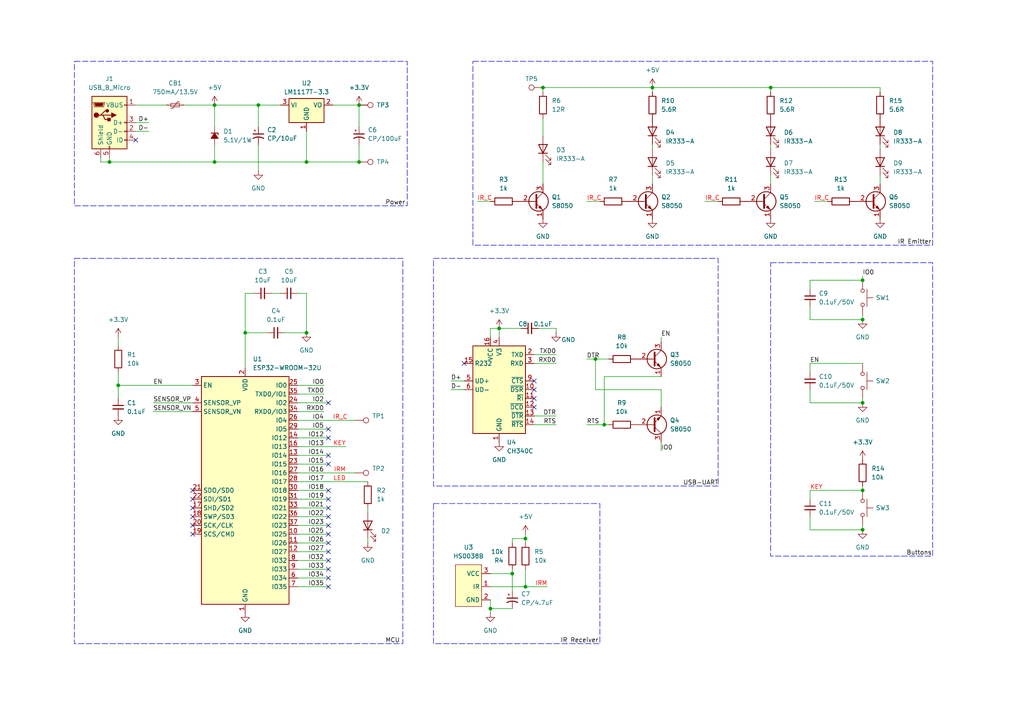
<source format=kicad_sch>
(kicad_sch (version 20231120) (generator "eeschema") (generator_version "8.0")
  (paper "A4")
  (title_block (title "Universal Remote") (date "2025-01-05") (rev "0"))
  (lib_symbols
    (symbol "Connector:TestPoint" (pin_numbers hide) (pin_names (offset 0.762) hide)
      (property "Reference" "TP" (at 0 6.858 0))
      (property "Value" "TestPoint" (at 0 5.08 0))
      (symbol "TestPoint_0_1"
        (circle (center 0 3.302) (radius 0.762))
      )
      (symbol "TestPoint_1_1"
        (pin passive line (at 0 0 90) (length 2.54) (name "1") (number "1"))
      )
    )
    (symbol "Connector:USB_B_Micro" (pin_names (offset 1.016))
      (property "Reference" "J" (at -5.08 11.43 0))
      (property "Value" "USB_B_Micro" (at -5.08 8.89 0))
      (symbol "USB_B_Micro_0_1"
        (rectangle (start -5.08 -7.62) (end 5.08 7.62) (stroke (width 0.254)) (fill (type background)))
        (circle (center -3.81 2.159) (radius 0.635) (stroke (width 0.254)) (fill (type outline)))
        (circle (center -0.635 3.429) (radius 0.381) (stroke (width 0.254)) (fill (type outline)))
        (rectangle (start -0.127 -7.62) (end 0.127 -6.858))
        (polyline (pts (xy -1.905 2.159) (xy 0.635 2.159)) (stroke (width 0.254)))
        (polyline (pts (xy -3.175 2.159) (xy -2.54 2.159) (xy -1.27 3.429) (xy -0.635 3.429)) (stroke (width 0.254)))
        (polyline (pts (xy -2.54 2.159) (xy -1.905 2.159) (xy -1.27 0.889) (xy 0 0.889)) (stroke (width 0.254)))
        (polyline (pts (xy 0.635 2.794) (xy 0.635 1.524) (xy 1.905 2.159) (xy 0.635 2.794)) (stroke (width 0.254)) (fill (type outline)))
        (polyline (pts (xy -4.318 5.588) (xy -1.778 5.588) (xy -2.032 4.826) (xy -4.064 4.826) (xy -4.318 5.588)) (fill (type outline)))
        (polyline (pts (xy -4.699 5.842) (xy -4.699 5.588) (xy -4.445 4.826) (xy -4.445 4.572) (xy -1.651 4.572) (xy -1.651 4.826) (xy -1.397 5.588) (xy -1.397 5.842) (xy -4.699 5.842)))
        (rectangle (start 0.254 1.27) (end -0.508 0.508) (stroke (width 0.254)) (fill (type outline)))
        (rectangle (start 5.08 -5.207) (end 4.318 -4.953))
        (rectangle (start 5.08 -2.667) (end 4.318 -2.413))
        (rectangle (start 5.08 -0.127) (end 4.318 0.127))
        (rectangle (start 5.08 4.953) (end 4.318 5.207))
      )
      (symbol "USB_B_Micro_1_1"
        (pin power_out line (at 7.62 5.08 180) (length 2.54) (name "VBUS") (number "1"))
        (pin bidirectional line (at 7.62 -2.54 180) (length 2.54) (name "D-") (number "2"))
        (pin bidirectional line (at 7.62 0 180) (length 2.54) (name "D+") (number "3"))
        (pin passive line (at 7.62 -5.08 180) (length 2.54) (name "ID") (number "4"))
        (pin power_out line (at 0 -10.16 90) (length 2.54) (name "GND") (number "5"))
        (pin passive line (at -2.54 -10.16 90) (length 2.54) (name "Shield") (number "6"))
      )
    )
    (symbol "Device:C_Polarized_Small_US" (pin_numbers hide) (pin_names (offset 0.254) hide)
      (property "Reference" "C" (at 0.254 1.778 0))
      (property "Value" "C_Polarized_Small_US" (at 0.254 -2.032 0))
      (symbol "C_Polarized_Small_US_0_1"
        (polyline (pts (xy -1.524 0.508) (xy 1.524 0.508)) (stroke (width 0.3048)))
        (polyline (pts (xy -1.27 1.524) (xy -0.762 1.524)))
        (polyline (pts (xy -1.016 1.27) (xy -1.016 1.778)))
        (arc (start 1.524 -0.762) (mid 0 -0.3734) (end -1.524 -0.762) (stroke (width 0.3048)))
      )
      (symbol "C_Polarized_Small_US_1_1"
        (pin passive line (at 0 2.54 270) (length 2.032) (name "~") (number "1"))
        (pin passive line (at 0 -2.54 90) (length 2.032) (name "~") (number "2"))
      )
    )
    (symbol "Device:C_Small" (pin_numbers hide) (pin_names (offset 0.254) hide)
      (property "Reference" "C" (at 0.254 1.778 0))
      (property "Value" "C_Small" (at 0.254 -2.032 0))
      (symbol "C_Small_0_1"
        (polyline (pts (xy -1.524 -0.508) (xy 1.524 -0.508)) (stroke (width 0.3302)))
        (polyline (pts (xy -1.524 0.508) (xy 1.524 0.508)) (stroke (width 0.3048)))
      )
      (symbol "C_Small_1_1"
        (pin passive line (at 0 2.54 270) (length 2.032) (name "~") (number "1"))
        (pin passive line (at 0 -2.54 90) (length 2.032) (name "~") (number "2"))
      )
    )
    (symbol "Device:D_Zener_Small_Filled" (pin_numbers hide) (pin_names (offset 0.254) hide)
      (property "Reference" "D" (at 0 2.286 0))
      (property "Value" "D_Zener_Small_Filled" (at 0 -2.286 0))
      (symbol "D_Zener_Small_Filled_0_1"
        (polyline (pts (xy 0.762 0) (xy -0.762 0)))
        (polyline (pts (xy -0.254 1.016) (xy -0.762 1.016) (xy -0.762 -1.016)) (stroke (width 0.254)))
        (polyline (pts (xy 0.762 1.016) (xy -0.762 0) (xy 0.762 -1.016) (xy 0.762 1.016)) (stroke (width 0.254)) (fill (type outline)))
      )
      (symbol "D_Zener_Small_Filled_1_1"
        (pin passive line (at -2.54 0 0) (length 1.778) (name "K") (number "1"))
        (pin passive line (at 2.54 0 180) (length 1.778) (name "A") (number "2"))
      )
    )
    (symbol "Device:LED" (pin_numbers hide) (pin_names (offset 1.016) hide)
      (property "Reference" "D" (at 0 2.54 0))
      (property "Value" "LED" (at 0 -2.54 0))
      (symbol "LED_0_1"
        (polyline (pts (xy -1.27 -1.27) (xy -1.27 1.27)) (stroke (width 0.254)))
        (polyline (pts (xy -1.27 0) (xy 1.27 0)))
        (polyline (pts (xy 1.27 -1.27) (xy 1.27 1.27) (xy -1.27 0) (xy 1.27 -1.27)) (stroke (width 0.254)))
        (polyline (pts (xy -3.048 -0.762) (xy -4.572 -2.286) (xy -3.81 -2.286) (xy -4.572 -2.286) (xy -4.572 -1.524)))
        (polyline (pts (xy -1.778 -0.762) (xy -3.302 -2.286) (xy -2.54 -2.286) (xy -3.302 -2.286) (xy -3.302 -1.524)))
      )
      (symbol "LED_1_1"
        (pin passive line (at -3.81 0 0) (length 2.54) (name "K") (number "1"))
        (pin passive line (at 3.81 0 180) (length 2.54) (name "A") (number "2"))
      )
    )
    (symbol "Device:Polyfuse_Small" (pin_numbers hide) (pin_names (offset 0))
      (property "Reference" "F" (at -1.905 0 90))
      (property "Value" "Polyfuse_Small" (at 1.905 0 90))
      (symbol "Polyfuse_Small_0_1"
        (rectangle (start -0.508 1.27) (end 0.508 -1.27))
        (polyline (pts (xy 0 2.54) (xy 0 -2.54)))
        (polyline (pts (xy -1.016 1.27) (xy -1.016 0.762) (xy 1.016 -0.762) (xy 1.016 -1.27)))
      )
      (symbol "Polyfuse_Small_1_1"
        (pin passive line (at 0 2.54 270) (length 0.635) (name "~") (number "1"))
        (pin passive line (at 0 -2.54 90) (length 0.635) (name "~") (number "2"))
      )
    )
    (symbol "Device:R" (pin_numbers hide) (pin_names (offset 0))
      (property "Reference" "R" (at 2.032 0 90))
      (property "Value" "R" (at 0 0 90))
      (symbol "R_0_1"
        (rectangle (start -1.016 -2.54) (end 1.016 2.54) (stroke (width 0.254)))
      )
      (symbol "R_1_1"
        (pin passive line (at 0 3.81 270) (length 1.27) (name "~") (number "1"))
        (pin passive line (at 0 -3.81 90) (length 1.27) (name "~") (number "2"))
      )
    )
    (symbol "HS0038B:HS0038B"
      (property "Reference" "U" (at -0.762 9.652 0))
      (property "Value" "HS0038B" (at 0.254 7.62 0))
      (symbol "HS0038B_1_1"
        (rectangle (start -3.81 6.35) (end 3.81 -5.715) (fill (type background)))
        (pin output line (at 6.35 0 180) (length 2.54) (name "IR") (number "1"))
        (pin power_in line (at 6.35 -3.81 180) (length 2.54) (name "GND") (number "2"))
        (pin power_in line (at 6.35 3.81 180) (length 2.54) (name "VCC") (number "3"))
      )
    )
    (symbol "Interface_USB:CH340C"
      (property "Reference" "U" (at -5.08 13.97 0))
      (property "Value" "CH340C" (at 1.27 13.97 0))
      (symbol "CH340C_0_1"
        (rectangle (start -7.62 12.7) (end 7.62 -12.7) (stroke (width 0.254)) (fill (type background)))
      )
      (symbol "CH340C_1_1"
        (pin power_in line (at 0 -15.24 90) (length 2.54) (name "GND") (number "1"))
        (pin input line (at 10.16 0 180) (length 2.54) (name "~{DSR}") (number "10"))
        (pin input line (at 10.16 -2.54 180) (length 2.54) (name "~{RI}") (number "11"))
        (pin input line (at 10.16 -5.08 180) (length 2.54) (name "~{DCD}") (number "12"))
        (pin output line (at 10.16 -7.62 180) (length 2.54) (name "~{DTR}") (number "13"))
        (pin output line (at 10.16 -10.16 180) (length 2.54) (name "~{RTS}") (number "14"))
        (pin input line (at -10.16 7.62 0) (length 2.54) (name "R232") (number "15"))
        (pin power_in line (at -2.54 15.24 270) (length 2.54) (name "VCC") (number "16"))
        (pin output line (at 10.16 10.16 180) (length 2.54) (name "TXD") (number "2"))
        (pin input line (at 10.16 7.62 180) (length 2.54) (name "RXD") (number "3"))
        (pin power_out line (at 0 15.24 270) (length 2.54) (name "V3") (number "4"))
        (pin bidirectional line (at -10.16 2.54 0) (length 2.54) (name "UD+") (number "5"))
        (pin bidirectional line (at -10.16 0 0) (length 2.54) (name "UD-") (number "6"))
        (pin no_connect line (at -7.62 -5.08 0) (length 2.54) hide (name "NC") (number "7"))
        (pin no_connect line (at -7.62 -7.62 0) (length 2.54) hide (name "NC") (number "8"))
        (pin input line (at 10.16 2.54 180) (length 2.54) (name "~{CTS}") (number "9"))
      )
    )
    (symbol "RF_Module:ESP32-WROOM-32U"
      (property "Reference" "U" (at -12.7 34.29 0))
      (property "Value" "ESP32-WROOM-32U" (at 1.27 34.29 0))
      (symbol "ESP32-WROOM-32U_0_1"
        (rectangle (start -12.7 33.02) (end 12.7 -33.02) (stroke (width 0.254)) (fill (type background)))
      )
      (symbol "ESP32-WROOM-32U_1_1"
        (pin power_in line (at 0 -35.56 90) (length 2.54) (name "GND") (number "1"))
        (pin bidirectional line (at 15.24 -12.7 180) (length 2.54) (name "IO25") (number "10"))
        (pin bidirectional line (at 15.24 -15.24 180) (length 2.54) (name "IO26") (number "11"))
        (pin bidirectional line (at 15.24 -17.78 180) (length 2.54) (name "IO27") (number "12"))
        (pin bidirectional line (at 15.24 10.16 180) (length 2.54) (name "IO14") (number "13"))
        (pin bidirectional line (at 15.24 15.24 180) (length 2.54) (name "IO12") (number "14"))
        (pin passive line (at 0 -35.56 90) (length 2.54) hide (name "GND") (number "15"))
        (pin bidirectional line (at 15.24 12.7 180) (length 2.54) (name "IO13") (number "16"))
        (pin bidirectional line (at -15.24 -5.08 0) (length 2.54) (name "SHD/SD2") (number "17"))
        (pin bidirectional line (at -15.24 -7.62 0) (length 2.54) (name "SWP/SD3") (number "18"))
        (pin bidirectional line (at -15.24 -12.7 0) (length 2.54) (name "SCS/CMD") (number "19"))
        (pin power_in line (at 0 35.56 270) (length 2.54) (name "VDD") (number "2"))
        (pin bidirectional line (at -15.24 -10.16 0) (length 2.54) (name "SCK/CLK") (number "20"))
        (pin bidirectional line (at -15.24 0 0) (length 2.54) (name "SDO/SD0") (number "21"))
        (pin bidirectional line (at -15.24 -2.54 0) (length 2.54) (name "SDI/SD1") (number "22"))
        (pin bidirectional line (at 15.24 7.62 180) (length 2.54) (name "IO15") (number "23"))
        (pin bidirectional line (at 15.24 25.4 180) (length 2.54) (name "IO2") (number "24"))
        (pin bidirectional line (at 15.24 30.48 180) (length 2.54) (name "IO0") (number "25"))
        (pin bidirectional line (at 15.24 20.32 180) (length 2.54) (name "IO4") (number "26"))
        (pin bidirectional line (at 15.24 5.08 180) (length 2.54) (name "IO16") (number "27"))
        (pin bidirectional line (at 15.24 2.54 180) (length 2.54) (name "IO17") (number "28"))
        (pin bidirectional line (at 15.24 17.78 180) (length 2.54) (name "IO5") (number "29"))
        (pin input line (at -15.24 30.48 0) (length 2.54) (name "EN") (number "3"))
        (pin bidirectional line (at 15.24 0 180) (length 2.54) (name "IO18") (number "30"))
        (pin bidirectional line (at 15.24 -2.54 180) (length 2.54) (name "IO19") (number "31"))
        (pin no_connect line (at -12.7 -27.94 0) (length 2.54) hide (name "NC") (number "32"))
        (pin bidirectional line (at 15.24 -5.08 180) (length 2.54) (name "IO21") (number "33"))
        (pin bidirectional line (at 15.24 22.86 180) (length 2.54) (name "RXD0/IO3") (number "34"))
        (pin bidirectional line (at 15.24 27.94 180) (length 2.54) (name "TXD0/IO1") (number "35"))
        (pin bidirectional line (at 15.24 -7.62 180) (length 2.54) (name "IO22") (number "36"))
        (pin bidirectional line (at 15.24 -10.16 180) (length 2.54) (name "IO23") (number "37"))
        (pin passive line (at 0 -35.56 90) (length 2.54) hide (name "GND") (number "38"))
        (pin passive line (at 0 -35.56 90) (length 2.54) hide (name "GND") (number "39"))
        (pin input line (at -15.24 25.4 0) (length 2.54) (name "SENSOR_VP") (number "4"))
        (pin input line (at -15.24 22.86 0) (length 2.54) (name "SENSOR_VN") (number "5"))
        (pin input line (at 15.24 -25.4 180) (length 2.54) (name "IO34") (number "6"))
        (pin input line (at 15.24 -27.94 180) (length 2.54) (name "IO35") (number "7"))
        (pin bidirectional line (at 15.24 -20.32 180) (length 2.54) (name "IO32") (number "8"))
        (pin bidirectional line (at 15.24 -22.86 180) (length 2.54) (name "IO33") (number "9"))
      )
    )
    (symbol "Regulator_Linear:LM1117T-3.3"
      (property "Reference" "U" (at -3.81 3.175 0))
      (property "Value" "LM1117T-3.3" (at 0 3.175 0))
      (symbol "LM1117T-3.3_0_1"
        (rectangle (start -5.08 -5.08) (end 5.08 1.905) (stroke (width 0.254)) (fill (type background)))
      )
      (symbol "LM1117T-3.3_1_1"
        (pin power_in line (at 0 -7.62 90) (length 2.54) (name "GND") (number "1"))
        (pin power_out line (at 7.62 0 180) (length 2.54) (name "VO") (number "2"))
        (pin power_in line (at -7.62 0 0) (length 2.54) (name "VI") (number "3"))
      )
    )
    (symbol "Switch:SW_Push" (pin_numbers hide) (pin_names (offset 1.016) hide)
      (property "Reference" "SW" (at 1.27 2.54 0))
      (property "Value" "SW_Push" (at 0 -1.524 0))
      (symbol "SW_Push_0_1"
        (circle (center -2.032 0) (radius 0.508))
        (polyline (pts (xy 0 1.27) (xy 0 3.048)))
        (polyline (pts (xy 2.54 1.27) (xy -2.54 1.27)))
        (circle (center 2.032 0) (radius 0.508))
        (pin passive line (at -5.08 0 0) (length 2.54) (name "1") (number "1"))
        (pin passive line (at 5.08 0 180) (length 2.54) (name "2") (number "2"))
      )
    )
    (symbol "Transistor_BJT:S8050" (pin_names (offset 0) hide)
      (property "Reference" "Q" (at 5.08 1.905 0))
      (property "Value" "S8050" (at 5.08 0 0))
      (symbol "S8050_0_1"
        (polyline (pts (xy 0 0) (xy 0.635 0)))
        (polyline (pts (xy 0.635 0.635) (xy 2.54 2.54)))
        (polyline (pts (xy 0.635 -0.635) (xy 2.54 -2.54) (xy 2.54 -2.54)))
        (polyline (pts (xy 0.635 1.905) (xy 0.635 -1.905) (xy 0.635 -1.905)) (stroke (width 0.508)))
        (polyline (pts (xy 1.27 -1.778) (xy 1.778 -1.27) (xy 2.286 -2.286) (xy 1.27 -1.778) (xy 1.27 -1.778)) (fill (type outline)))
        (circle (center 1.27 0) (radius 2.8194) (stroke (width 0.254)))
      )
      (symbol "S8050_1_1"
        (pin passive line (at 2.54 -5.08 90) (length 2.54) (name "E") (number "1"))
        (pin input line (at -5.08 0 0) (length 5.08) (name "B") (number "2"))
        (pin passive line (at 2.54 5.08 270) (length 2.54) (name "C") (number "3"))
      )
    )
    (symbol "power:+3.3V" (power) (pin_numbers hide) (pin_names (offset 0) hide)
      (property "Value" "+3.3V" (at 0 3.556 0))
      (symbol "+3.3V_0_1"
        (polyline (pts (xy -0.762 1.27) (xy 0 2.54)))
        (polyline (pts (xy 0 0) (xy 0 2.54)))
        (polyline (pts (xy 0 2.54) (xy 0.762 1.27)))
      )
      (symbol "+3.3V_1_1"
        (pin power_in line (at 0 0 90) (length 0) (name "~") (number "1"))
      )
    )
    (symbol "power:+5V" (power) (pin_numbers hide) (pin_names (offset 0) hide)
      (property "Value" "+5V" (at 0 3.556 0))
      (symbol "+5V_0_1"
        (polyline (pts (xy -0.762 1.27) (xy 0 2.54)))
        (polyline (pts (xy 0 0) (xy 0 2.54)))
        (polyline (pts (xy 0 2.54) (xy 0.762 1.27)))
      )
      (symbol "+5V_1_1"
        (pin power_in line (at 0 0 90) (length 0) (name "~") (number "1"))
      )
    )
    (symbol "power:GND" (power) (pin_numbers hide) (pin_names (offset 0) hide)
      (property "Value" "GND" (at 0 -3.81 0))
      (symbol "GND_0_1"
        (polyline (pts (xy 0 0) (xy 0 -1.27) (xy 1.27 -1.27) (xy 0 -2.54) (xy -1.27 -1.27) (xy 0 -1.27)))
      )
      (symbol "GND_1_1"
        (pin power_in line (at 0 0 270) (length 0) (name "~") (number "1"))
      )
    )
  )
  (junction (at 31.75 46.99))
  (junction (at 250.19 142.24))
  (junction (at 152.4 170.18))
  (junction (at 74.93 30.48))
  (junction (at 104.14 30.48))
  (junction (at 250.19 116.84))
  (junction (at 62.23 46.99))
  (junction (at 144.78 95.25))
  (junction (at 148.59 166.37))
  (junction (at 223.52 25.4))
  (junction (at 62.23 30.48))
  (junction (at 189.23 25.4))
  (junction (at 88.9 46.99))
  (junction (at 152.4 156.21))
  (junction (at 71.12 96.52))
  (junction (at 250.19 81.28))
  (junction (at 250.19 153.67))
  (junction (at 250.19 92.71))
  (junction (at 172.72 104.14))
  (junction (at 88.9 96.52))
  (junction (at 142.24 176.53))
  (junction (at 34.29 111.76))
  (junction (at 157.48 25.4))
  (junction (at 175.26 123.19))
  (junction (at 104.14 46.99))
  (no_connect (at 95.25 144.78))
  (no_connect (at 55.88 147.32))
  (no_connect (at 95.25 142.24))
  (no_connect (at 55.88 149.86))
  (no_connect (at 95.25 170.18))
  (no_connect (at 95.25 147.32))
  (no_connect (at 95.25 132.08))
  (no_connect (at 95.25 149.86))
  (no_connect (at 95.25 165.1))
  (no_connect (at 55.88 144.78))
  (no_connect (at 95.25 167.64))
  (no_connect (at 95.25 134.62))
  (no_connect (at 55.88 152.4))
  (no_connect (at 95.25 116.84))
  (no_connect (at 95.25 157.48))
  (no_connect (at 154.94 113.03))
  (no_connect (at 134.62 105.41))
  (no_connect (at 95.25 124.46))
  (no_connect (at 55.88 142.24))
  (no_connect (at 154.94 118.11))
  (no_connect (at 154.94 110.49))
  (no_connect (at 55.88 154.94))
  (no_connect (at 95.25 160.02))
  (no_connect (at 39.37 40.64))
  (no_connect (at 95.25 162.56))
  (no_connect (at 154.94 115.57))
  (no_connect (at 95.25 154.94))
  (no_connect (at 95.25 152.4))
  (no_connect (at 95.25 127))
  (wire (pts (xy 234.95 116.84) (xy 250.19 116.84)))
  (wire (pts (xy 157.48 25.4) (xy 189.23 25.4)))
  (wire (pts (xy 250.19 105.41) (xy 234.95 105.41)))
  (wire (pts (xy 255.27 25.4) (xy 255.27 26.67)))
  (wire (pts (xy 71.12 85.09) (xy 71.12 96.52)))
  (wire (pts (xy 142.24 176.53) (xy 142.24 173.99)))
  (wire (pts (xy 189.23 50.8) (xy 189.23 53.34)))
  (wire (pts (xy 71.12 96.52) (xy 71.12 106.68)))
  (wire (pts (xy 82.55 96.52) (xy 88.9 96.52)))
  (wire (pts (xy 34.29 111.76) (xy 34.29 115.57)))
  (wire (pts (xy 62.23 41.91) (xy 62.23 46.99)))
  (wire (pts (xy 78.74 85.09) (xy 81.28 85.09)))
  (wire (pts (xy 152.4 157.48) (xy 152.4 156.21)))
  (wire (pts (xy 71.12 85.09) (xy 73.66 85.09)))
  (wire (pts (xy 142.24 177.8) (xy 142.24 176.53)))
  (wire (pts (xy 223.52 41.91) (xy 223.52 43.18)))
  (wire (pts (xy 152.4 154.94) (xy 152.4 156.21)))
  (wire (pts (xy 250.19 80.01) (xy 250.19 81.28)))
  (wire (pts (xy 39.37 35.56) (xy 43.18 35.56)))
  (wire (pts (xy 234.95 88.9) (xy 234.95 92.71)))
  (wire (pts (xy 234.95 142.24) (xy 234.95 144.78)))
  (wire (pts (xy 86.36 142.24) (xy 95.25 142.24)))
  (wire (pts (xy 148.59 156.21) (xy 148.59 157.48)))
  (wire (pts (xy 142.24 170.18) (xy 152.4 170.18)))
  (wire (pts (xy 189.23 25.4) (xy 189.23 26.67)))
  (wire (pts (xy 96.52 30.48) (xy 104.14 30.48)))
  (wire (pts (xy 88.9 46.99) (xy 104.14 46.99)))
  (wire (pts (xy 223.52 25.4) (xy 255.27 25.4)))
  (wire (pts (xy 191.77 97.79) (xy 191.77 99.06)))
  (wire (pts (xy 31.75 46.99) (xy 31.75 45.72)))
  (wire (pts (xy 88.9 85.09) (xy 88.9 96.52)))
  (wire (pts (xy 86.36 127) (xy 95.25 127)))
  (wire (pts (xy 86.36 111.76) (xy 93.98 111.76)))
  (wire (pts (xy 39.37 38.1) (xy 43.18 38.1)))
  (wire (pts (xy 250.19 81.28) (xy 234.95 81.28)))
  (wire (pts (xy 142.24 176.53) (xy 148.59 176.53)))
  (wire (pts (xy 152.4 165.1) (xy 152.4 170.18)))
  (wire (pts (xy 223.52 25.4) (xy 223.52 26.67)))
  (wire (pts (xy 44.45 116.84) (xy 55.88 116.84)))
  (wire (pts (xy 86.36 154.94) (xy 95.25 154.94)))
  (wire (pts (xy 250.19 115.57) (xy 250.19 116.84)))
  (wire (pts (xy 170.18 104.14) (xy 172.72 104.14)))
  (wire (pts (xy 191.77 128.27) (xy 191.77 130.81)))
  (wire (pts (xy 234.95 81.28) (xy 234.95 83.82)))
  (wire (pts (xy 29.21 46.99) (xy 31.75 46.99)))
  (wire (pts (xy 106.68 156.21) (xy 106.68 157.48)))
  (wire (pts (xy 152.4 170.18) (xy 158.75 170.18)))
  (wire (pts (xy 86.36 121.92) (xy 102.87 121.92)))
  (wire (pts (xy 86.36 137.16) (xy 102.87 137.16)))
  (wire (pts (xy 250.19 140.97) (xy 250.19 142.24)))
  (wire (pts (xy 34.29 97.79) (xy 34.29 100.33)))
  (wire (pts (xy 204.47 58.42) (xy 208.28 58.42)))
  (wire (pts (xy 234.95 92.71) (xy 250.19 92.71)))
  (wire (pts (xy 86.36 167.64) (xy 95.25 167.64)))
  (wire (pts (xy 234.95 105.41) (xy 234.95 107.95)))
  (wire (pts (xy 154.94 102.87) (xy 161.29 102.87)))
  (wire (pts (xy 34.29 107.95) (xy 34.29 111.76)))
  (wire (pts (xy 62.23 30.48) (xy 74.93 30.48)))
  (wire (pts (xy 234.95 113.03) (xy 234.95 116.84)))
  (wire (pts (xy 86.36 85.09) (xy 88.9 85.09)))
  (wire (pts (xy 138.43 58.42) (xy 142.24 58.42)))
  (wire (pts (xy 104.14 30.48) (xy 104.14 36.83)))
  (wire (pts (xy 86.36 149.86) (xy 95.25 149.86)))
  (wire (pts (xy 234.95 153.67) (xy 250.19 153.67)))
  (wire (pts (xy 62.23 46.99) (xy 88.9 46.99)))
  (wire (pts (xy 154.94 123.19) (xy 161.29 123.19)))
  (wire (pts (xy 86.36 132.08) (xy 95.25 132.08)))
  (wire (pts (xy 148.59 166.37) (xy 148.59 171.45)))
  (wire (pts (xy 86.36 129.54) (xy 100.33 129.54)))
  (wire (pts (xy 142.24 95.25) (xy 144.78 95.25)))
  (wire (pts (xy 250.19 152.4) (xy 250.19 153.67)))
  (wire (pts (xy 255.27 50.8) (xy 255.27 53.34)))
  (wire (pts (xy 157.48 25.4) (xy 157.48 26.67)))
  (wire (pts (xy 74.93 30.48) (xy 81.28 30.48)))
  (wire (pts (xy 130.81 110.49) (xy 134.62 110.49)))
  (wire (pts (xy 130.81 113.03) (xy 134.62 113.03)))
  (wire (pts (xy 148.59 156.21) (xy 152.4 156.21)))
  (wire (pts (xy 175.26 123.19) (xy 176.53 123.19)))
  (wire (pts (xy 142.24 95.25) (xy 142.24 97.79)))
  (wire (pts (xy 88.9 38.1) (xy 88.9 46.99)))
  (wire (pts (xy 86.36 162.56) (xy 95.25 162.56)))
  (wire (pts (xy 86.36 165.1) (xy 95.25 165.1)))
  (wire (pts (xy 86.36 152.4) (xy 95.25 152.4)))
  (wire (pts (xy 34.29 111.76) (xy 55.88 111.76)))
  (wire (pts (xy 86.36 119.38) (xy 93.98 119.38)))
  (wire (pts (xy 236.22 58.42) (xy 240.03 58.42)))
  (wire (pts (xy 71.12 96.52) (xy 77.47 96.52)))
  (wire (pts (xy 250.19 91.44) (xy 250.19 92.71)))
  (wire (pts (xy 62.23 30.48) (xy 62.23 36.83)))
  (wire (pts (xy 144.78 95.25) (xy 151.13 95.25)))
  (wire (pts (xy 104.14 46.99) (xy 104.14 41.91)))
  (wire (pts (xy 189.23 25.4) (xy 223.52 25.4)))
  (wire (pts (xy 154.94 105.41) (xy 161.29 105.41)))
  (wire (pts (xy 86.36 157.48) (xy 95.25 157.48)))
  (wire (pts (xy 157.48 46.99) (xy 157.48 53.34)))
  (wire (pts (xy 154.94 120.65) (xy 161.29 120.65)))
  (wire (pts (xy 86.36 114.3) (xy 93.98 114.3)))
  (wire (pts (xy 170.18 58.42) (xy 173.99 58.42)))
  (wire (pts (xy 175.26 109.22) (xy 175.26 123.19)))
  (wire (pts (xy 86.36 147.32) (xy 95.25 147.32)))
  (wire (pts (xy 148.59 165.1) (xy 148.59 166.37)))
  (wire (pts (xy 156.21 95.25) (xy 161.29 95.25)))
  (wire (pts (xy 250.19 142.24) (xy 234.95 142.24)))
  (wire (pts (xy 29.21 45.72) (xy 29.21 46.99)))
  (wire (pts (xy 106.68 147.32) (xy 106.68 148.59)))
  (wire (pts (xy 172.72 104.14) (xy 176.53 104.14)))
  (wire (pts (xy 234.95 149.86) (xy 234.95 153.67)))
  (wire (pts (xy 191.77 109.22) (xy 175.26 109.22)))
  (wire (pts (xy 172.72 113.03) (xy 191.77 113.03)))
  (wire (pts (xy 170.18 123.19) (xy 175.26 123.19)))
  (wire (pts (xy 86.36 139.7) (xy 106.68 139.7)))
  (wire (pts (xy 44.45 119.38) (xy 55.88 119.38)))
  (wire (pts (xy 172.72 104.14) (xy 172.72 113.03)))
  (wire (pts (xy 144.78 95.25) (xy 144.78 97.79)))
  (wire (pts (xy 189.23 41.91) (xy 189.23 43.18)))
  (wire (pts (xy 223.52 50.8) (xy 223.52 53.34)))
  (wire (pts (xy 86.36 116.84) (xy 95.25 116.84)))
  (wire (pts (xy 86.36 124.46) (xy 95.25 124.46)))
  (wire (pts (xy 255.27 41.91) (xy 255.27 43.18)))
  (wire (pts (xy 86.36 160.02) (xy 95.25 160.02)))
  (wire (pts (xy 62.23 46.99) (xy 31.75 46.99)))
  (wire (pts (xy 39.37 30.48) (xy 48.26 30.48)))
  (wire (pts (xy 74.93 41.91) (xy 74.93 49.53)))
  (wire (pts (xy 53.34 30.48) (xy 62.23 30.48)))
  (wire (pts (xy 161.29 95.25) (xy 161.29 96.52)))
  (wire (pts (xy 142.24 166.37) (xy 148.59 166.37)))
  (wire (pts (xy 86.36 134.62) (xy 95.25 134.62)))
  (wire (pts (xy 157.48 34.29) (xy 157.48 39.37)))
  (wire (pts (xy 74.93 30.48) (xy 74.93 36.83)))
  (wire (pts (xy 86.36 170.18) (xy 95.25 170.18)))
  (wire (pts (xy 86.36 144.78) (xy 95.25 144.78)))
  (wire (pts (xy 191.77 113.03) (xy 191.77 118.11)))
  (rectangle (start 125.73 74.93) (end 208.28 140.97) (stroke (width 0) (type dash)))
  (rectangle (start 223.52 76.2) (end 270.51 161.29) (stroke (width 0) (type dash)))
  (rectangle (start 21.59 74.93) (end 116.84 186.69) (stroke (width 0) (type dash)))
  (rectangle (start 125.73 146.05) (end 173.99 186.69) (stroke (width 0) (type dash)))
  (rectangle (start 21.59 17.78) (end 118.11 59.69) (stroke (width 0) (type dash)))
  (rectangle (start 137.16 17.78) (end 270.51 71.12) (stroke (width 0) (type dash)))
  (label "IO23" (at 93.98 152.4 180))
  (label "IO15" (at 93.98 134.62 180))
  (label "IO32" (at 93.98 162.56 180))
  (label "IR Emitter" (at 260.35 71.12 0))
  (label "IO2" (at 93.98 116.84 180))
  (label "KEY" (at 100.33 129.54 180))
  (label "IO27" (at 93.98 160.02 180))
  (label "IR_C" (at 96.52 121.92 0))
  (label "IO35" (at 93.98 170.18 180))
  (label "IO12" (at 93.98 127 180))
  (label "EN" (at 234.95 105.41 0))
  (label "RTS" (at 170.18 123.19 0))
  (label "EN" (at 191.77 97.79 0))
  (label "DTR" (at 170.18 104.14 0))
  (label "IO19" (at 93.98 144.78 180))
  (label "IO22" (at 93.98 149.86 180))
  (label "EN" (at 44.45 111.76 0))
  (label "IO26" (at 93.98 157.48 180))
  (label "IO4" (at 93.98 121.92 180))
  (label "RXD0" (at 93.98 119.38 180))
  (label "IO21" (at 93.98 147.32 180))
  (label "IO17" (at 93.98 139.7 180))
  (label "IO0" (at 191.77 130.81 0))
  (label "IO14" (at 93.98 132.08 180))
  (label "IRM" (at 100.33 137.16 180))
  (label "MCU" (at 111.76 186.69 0))
  (label "Buttons" (at 262.89 161.29 0))
  (label "D-" (at 130.81 113.03 0))
  (label "DTR" (at 161.29 120.65 180))
  (label "SENSOR_VN" (at 44.45 119.38 0))
  (label "Power" (at 111.76 59.69 0))
  (label "IR_C" (at 236.22 58.42 0))
  (label "IO16" (at 93.98 137.16 180))
  (label "IR_C" (at 170.18 58.42 0))
  (label "IO25" (at 93.98 154.94 180))
  (label "IRM" (at 158.75 170.18 180))
  (label "LED" (at 100.33 139.7 180))
  (label "IR_C" (at 138.43 58.42 0))
  (label "TXD0" (at 93.98 114.3 180))
  (label "KEY" (at 234.95 142.24 0))
  (label "IO0" (at 93.98 111.76 180))
  (label "RTS" (at 161.29 123.19 180))
  (label "IO0" (at 250.19 80.01 0))
  (label "SENSOR_VP" (at 44.45 116.84 0))
  (label "USB-UART" (at 198.12 140.97 0))
  (label "IO33" (at 93.98 165.1 180))
  (label "IR_C" (at 204.47 58.42 0))
  (label "TXD0" (at 161.29 102.87 180))
  (label "D+" (at 43.18 35.56 180))
  (label "RXD0" (at 161.29 105.41 180))
  (label "IO18" (at 93.98 142.24 180))
  (label "IO13" (at 93.98 129.54 180))
  (label "IO34" (at 93.98 167.64 180))
  (label "D+" (at 130.81 110.49 0))
  (label "IO5" (at 93.98 124.46 180))
  (label "IR Receiver" (at 162.56 186.69 0))
  (label "D-" (at 43.18 38.1 180))
  (symbol (lib_id "Device:D_Zener_Small_Filled") (at 62.23 39.37 270) (unit 1)
    (property "Reference" "D1" (at 64.77 38.0999 90) (effects (justify left)))
    (property "Value" "5.1V/1W" (at 64.77 40.6399 90) (effects (justify left)))
    (property "Footprint" "Diode_THT:D_DO-41_SOD81_P7.62mm_Horizontal" (effects (hide yes)))
    (property "Description" "Zener diode, small symbol, filled shape" (effects (hide yes)))
  )
  (symbol (lib_id "Transistor_BJT:S8050") (at 186.69 58.42 0) (unit 1)
    (property "Reference" "Q2" (at 191.77 57.1499 0) (effects (justify left)))
    (property "Value" "S8050" (at 191.77 59.6899 0) (effects (justify left)))
    (property "Footprint" "Package_TO_SOT_THT:TO-92_Inline" (effects (hide yes)))
    (property "Datasheet" "http://www.unisonic.com.tw/datasheet/S8050.pdf" (effects (hide yes)))
    (property "Description" "0.7A Ic, 20V Vce, Low Voltage High Current NPN Transistor, TO-92" (effects (hide yes)))
  )
  (symbol (lib_id "Device:R") (at 34.29 104.14 0) (unit 1)
    (property "Reference" "R1" (at 36.83 102.8699 0) (effects (justify left)))
    (property "Value" "10k" (at 36.83 105.4099 0) (effects (justify left)))
    (property "Footprint" "Resistor_THT:R_Axial_DIN0207_L6.3mm_D2.5mm_P7.62mm_Horizontal" (effects (hide yes)))
    (property "Description" "Resistor" (effects (hide yes)))
  )
  (symbol (lib_id "Device:LED") (at 189.23 38.1 90) (unit 1)
    (property "Reference" "D4" (at 193.04 38.4174 90) (effects (justify right)))
    (property "Value" "IR333-A" (at 193.04 40.9574 90) (effects (justify right)))
    (property "Footprint" "LED_THT:LED_D5.0mm" (effects (hide yes)))
    (property "Description" "Light emitting diode" (effects (hide yes)))
  )
  (symbol (lib_id "Switch:SW_Push") (at 250.19 147.32 270) (unit 1)
    (property "Reference" "SW3" (at 254 147.3199 90) (effects (justify left)))
    (property "Value" "SW_Push" (effects (hide yes)))
    (property "Footprint" "Button_Switch_THT:SW_TH_Tactile_Omron_B3F-10xx" (effects (hide yes)))
    (property "Description" "Push button switch, generic, two pins" (effects (hide yes)))
  )
  (symbol (lib_id "power:GND") (at 142.24 177.8 0) (unit 1)
    (property "Reference" "#PWR09" (effects (hide yes)))
    (property "Value" "GND" (at 142.24 182.88 0))
    (property "Description" "Power symbol creates a global label with name \"GND\" , ground" (effects (hide yes)))
  )
  (symbol (lib_id "Device:R") (at 106.68 143.51 0) (unit 1)
    (property "Reference" "R2" (at 109.22 142.2399 0) (effects (justify left)))
    (property "Value" "1k" (at 109.22 144.7799 0) (effects (justify left)))
    (property "Footprint" "Resistor_THT:R_Axial_DIN0207_L6.3mm_D2.5mm_P7.62mm_Horizontal" (effects (hide yes)))
    (property "Description" "Resistor" (effects (hide yes)))
  )
  (symbol (lib_id "RF_Module:ESP32-WROOM-32U") (at 71.12 142.24 0) (unit 1)
    (property "Reference" "U1" (at 73.3141 104.14 0) (effects (justify left)))
    (property "Value" "ESP32-WROOM-32U" (at 73.3141 106.68 0) (effects (justify left)))
    (property "Footprint" "RF_Module:ESP32-WROOM-32U" (effects (hide yes)))
    (property "Datasheet" "https://www.espressif.com/sites/default/files/documentation/esp32-wroom-32d_esp32-wroom-32u_datasheet_en.pdf" (effects (hide yes)))
    (property "Description" "RF Module, ESP32-D0WD SoC, Wi-Fi 802.11b/g/n, Bluetooth, BLE, 32-bit, 2.7-3.6V, external antenna, SMD" (effects (hide yes)))
  )
  (symbol (lib_id "Device:Polyfuse_Small") (at 50.8 30.48 90) (unit 1)
    (property "Reference" "CB1" (at 50.8 24.13 90))
    (property "Value" "750mA/13.5V" (at 50.8 26.67 90))
    (property "Footprint" "Fuse:Fuse_1812_4532Metric_Pad1.30x3.40mm_HandSolder" (effects (hide yes)))
    (property "Description" "Resettable fuse, polymeric positive temperature coefficient, small symbol" (effects (hide yes)))
  )
  (symbol (lib_id "Device:C_Small") (at 234.95 147.32 0) (unit 1)
    (property "Reference" "C11" (at 237.49 146.0562 0) (effects (justify left)))
    (property "Value" "0.1uF/50V" (at 237.49 148.5962 0) (effects (justify left)))
    (property "Footprint" "Capacitor_THT:C_Disc_D3.4mm_W2.1mm_P2.50mm" (effects (hide yes)))
    (property "Description" "Unpolarized capacitor, small symbol" (effects (hide yes)))
  )
  (symbol (lib_id "Switch:SW_Push") (at 250.19 86.36 270) (unit 1)
    (property "Reference" "SW1" (at 254 86.3599 90) (effects (justify left)))
    (property "Value" "SW_Push" (effects (hide yes)))
    (property "Footprint" "Button_Switch_THT:SW_TH_Tactile_Omron_B3F-10xx" (effects (hide yes)))
    (property "Description" "Push button switch, generic, two pins" (effects (hide yes)))
  )
  (symbol (lib_id "Device:R") (at 148.59 161.29 180) (unit 1)
    (property "Reference" "R4" (at 146.05 162.5601 0) (effects (justify left)))
    (property "Value" "10k" (at 146.05 160.0201 0) (effects (justify left)))
    (property "Footprint" "Resistor_THT:R_Axial_DIN0207_L6.3mm_D2.5mm_P7.62mm_Horizontal" (effects (hide yes)))
    (property "Description" "Resistor" (effects (hide yes)))
  )
  (symbol (lib_id "power:GND") (at 250.19 116.84 0) (unit 1)
    (property "Reference" "#PWR019" (effects (hide yes)))
    (property "Value" "GND" (at 250.19 121.92 0))
    (property "Description" "Power symbol creates a global label with name \"GND\" , ground" (effects (hide yes)))
  )
  (symbol (lib_id "Device:C_Small") (at 80.01 96.52 90) (unit 1)
    (property "Reference" "C4" (at 80.0163 90.17 90))
    (property "Value" "0.1uF" (at 80.0163 92.71 90))
    (property "Footprint" "Capacitor_THT:C_Disc_D3.4mm_W2.1mm_P2.50mm" (effects (hide yes)))
    (property "Description" "Unpolarized capacitor, small symbol" (effects (hide yes)))
  )
  (symbol (lib_id "power:GND") (at 223.52 63.5 0) (unit 1)
    (property "Reference" "#PWR017" (effects (hide yes)))
    (property "Value" "GND" (at 223.52 68.58 0))
    (property "Description" "Power symbol creates a global label with name \"GND\" , ground" (effects (hide yes)))
  )
  (symbol (lib_id "power:GND") (at 144.78 128.27 0) (unit 1)
    (property "Reference" "#PWR011" (effects (hide yes)))
    (property "Value" "GND" (at 144.78 133.35 0))
    (property "Description" "Power symbol creates a global label with name \"GND\" , ground" (effects (hide yes)))
  )
  (symbol (lib_id "power:GND") (at 88.9 96.52 0) (unit 1)
    (property "Reference" "#PWR06" (effects (hide yes)))
    (property "Value" "GND" (at 88.9 101.6 0))
    (property "Description" "Power symbol creates a global label with name \"GND\" , ground" (effects (hide yes)))
  )
  (symbol (lib_id "power:+5V") (at 152.4 154.94 0) (unit 1)
    (property "Reference" "#PWR012" (effects (hide yes)))
    (property "Value" "+5V" (at 152.4 149.86 0))
    (property "Description" "Power symbol creates a global label with name \"+5V\"" (effects (hide yes)))
  )
  (symbol (lib_id "Device:LED") (at 106.68 152.4 90) (unit 1)
    (property "Reference" "D2" (at 110.49 153.9874 90) (effects (justify right)))
    (property "Value" "LED" (effects (hide yes)))
    (property "Footprint" "LED_THT:LED_D3.0mm" (effects (hide yes)))
    (property "Description" "Light emitting diode" (effects (hide yes)))
  )
  (symbol (lib_id "power:GND") (at 71.12 177.8 0) (unit 1)
    (property "Reference" "#PWR04" (effects (hide yes)))
    (property "Value" "GND" (at 71.12 182.88 0))
    (property "Description" "Power symbol creates a global label with name \"GND\" , ground" (effects (hide yes)))
  )
  (symbol (lib_id "Connector:TestPoint") (at 157.48 25.4 90) (unit 1)
    (property "Reference" "TP5" (at 154.178 22.86 90))
    (property "Value" "TestPoint" (effects (hide yes)))
    (property "Footprint" "TestPoint:TestPoint_Pad_D2.5mm" (effects (hide yes)))
    (property "Description" "test point" (effects (hide yes)))
  )
  (symbol (lib_id "Device:C_Polarized_Small_US") (at 148.59 173.99 0) (unit 1)
    (property "Reference" "C7" (at 151.13 172.2881 0) (effects (justify left)))
    (property "Value" "CP/4.7uF" (at 151.13 174.8281 0) (effects (justify left)))
    (property "Footprint" "Capacitor_THT:CP_Radial_D5.0mm_P2.00mm" (effects (hide yes)))
    (property "Description" "Polarized capacitor, small US symbol" (effects (hide yes)))
  )
  (symbol (lib_id "Device:LED") (at 189.23 46.99 90) (unit 1)
    (property "Reference" "D5" (at 193.04 47.3074 90) (effects (justify right)))
    (property "Value" "IR333-A" (at 193.04 49.8474 90) (effects (justify right)))
    (property "Footprint" "LED_THT:LED_D5.0mm" (effects (hide yes)))
    (property "Description" "Light emitting diode" (effects (hide yes)))
  )
  (symbol (lib_id "power:GND") (at 161.29 96.52 0) (unit 1)
    (property "Reference" "#PWR014" (effects (hide yes)))
    (property "Value" "GND" (at 164.846 98.552 0))
    (property "Description" "Power symbol creates a global label with name \"GND\" , ground" (effects (hide yes)))
  )
  (symbol (lib_id "Device:C_Small") (at 234.95 110.49 0) (unit 1)
    (property "Reference" "C10" (at 237.49 109.2262 0) (effects (justify left)))
    (property "Value" "0.1uF/50V" (at 237.49 111.7662 0) (effects (justify left)))
    (property "Footprint" "Capacitor_THT:C_Disc_D3.4mm_W2.1mm_P2.50mm" (effects (hide yes)))
    (property "Description" "Unpolarized capacitor, small symbol" (effects (hide yes)))
  )
  (symbol (lib_id "power:+3.3V") (at 104.14 30.48 0) (unit 1)
    (property "Reference" "#PWR07" (effects (hide yes)))
    (property "Value" "+3.3V" (at 104.14 25.4 0))
    (property "Description" "Power symbol creates a global label with name \"+3.3V\"" (effects (hide yes)))
  )
  (symbol (lib_id "Device:R") (at 250.19 137.16 0) (unit 1)
    (property "Reference" "R14" (at 252.73 135.8899 0) (effects (justify left)))
    (property "Value" "10k" (at 252.73 138.4299 0) (effects (justify left)))
    (property "Footprint" "Resistor_THT:R_Axial_DIN0207_L6.3mm_D2.5mm_P7.62mm_Horizontal" (effects (hide yes)))
    (property "Description" "Resistor" (effects (hide yes)))
  )
  (symbol (lib_id "Device:C_Polarized_Small_US") (at 104.14 39.37 0) (unit 1)
    (property "Reference" "C6" (at 106.68 37.6681 0) (effects (justify left)))
    (property "Value" "CP/100uF" (at 106.68 40.2081 0) (effects (justify left)))
    (property "Footprint" "Capacitor_THT:CP_Radial_D8.0mm_P3.50mm" (effects (hide yes)))
    (property "Description" "Polarized capacitor, small US symbol" (effects (hide yes)))
  )
  (symbol (lib_id "Device:LED") (at 255.27 38.1 90) (unit 1)
    (property "Reference" "D8" (at 259.08 38.4174 90) (effects (justify right)))
    (property "Value" "IR333-A" (at 259.08 40.9574 90) (effects (justify right)))
    (property "Footprint" "LED_THT:LED_D5.0mm" (effects (hide yes)))
    (property "Description" "Light emitting diode" (effects (hide yes)))
  )
  (symbol (lib_id "Device:R") (at 212.09 58.42 90) (unit 1)
    (property "Reference" "R11" (at 212.09 52.07 90))
    (property "Value" "1k" (at 212.09 54.61 90))
    (property "Footprint" "Resistor_THT:R_Axial_DIN0207_L6.3mm_D2.5mm_P7.62mm_Horizontal" (effects (hide yes)))
    (property "Description" "Resistor" (effects (hide yes)))
  )
  (symbol (lib_id "Transistor_BJT:S8050") (at 154.94 58.42 0) (unit 1)
    (property "Reference" "Q1" (at 160.02 57.1499 0) (effects (justify left)))
    (property "Value" "S8050" (at 160.02 59.6899 0) (effects (justify left)))
    (property "Footprint" "Package_TO_SOT_THT:TO-92_Inline" (effects (hide yes)))
    (property "Datasheet" "http://www.unisonic.com.tw/datasheet/S8050.pdf" (effects (hide yes)))
    (property "Description" "0.7A Ic, 20V Vce, Low Voltage High Current NPN Transistor, TO-92" (effects (hide yes)))
  )
  (symbol (lib_id "Regulator_Linear:LM1117T-3.3") (at 88.9 30.48 0) (unit 1)
    (property "Reference" "U2" (at 88.9 24.13 0))
    (property "Value" "LM1117T-3.3" (at 88.9 26.67 0))
    (property "Footprint" "Package_TO_SOT_THT:TO-220-3_Horizontal_TabDown" (effects (hide yes)))
    (property "Datasheet" "http://www.ti.com/lit/ds/symlink/lm1117.pdf" (effects (hide yes)))
    (property "Description" "800mA Low-Dropout Linear Regulator, 3.3V fixed output, TO-220" (effects (hide yes)))
  )
  (symbol (lib_id "power:GND") (at 255.27 63.5 0) (unit 1)
    (property "Reference" "#PWR022" (effects (hide yes)))
    (property "Value" "GND" (at 255.27 68.58 0))
    (property "Description" "Power symbol creates a global label with name \"GND\" , ground" (effects (hide yes)))
  )
  (symbol (lib_id "Device:C_Small") (at 76.2 85.09 90) (unit 1)
    (property "Reference" "C3" (at 76.2063 78.74 90))
    (property "Value" "10uF" (at 76.2063 81.28 90))
    (property "Footprint" "Capacitor_THT:CP_Radial_D4.0mm_P2.00mm" (effects (hide yes)))
    (property "Description" "Unpolarized capacitor, small symbol" (effects (hide yes)))
  )
  (symbol (lib_id "HS0038B:HS0038B") (at 135.89 170.18 0) (unit 1)
    (property "Reference" "U3" (at 135.89 158.75 0))
    (property "Value" "HS0038B" (at 135.89 161.29 0))
    (property "Footprint" "Package_TO_SOT_THT:TO-92_Inline_Wide" (effects (hide yes)))
  )
  (symbol (lib_id "power:+5V") (at 189.23 25.4 0) (unit 1)
    (property "Reference" "#PWR015" (effects (hide yes)))
    (property "Value" "+5V" (at 189.23 20.32 0))
    (property "Description" "Power symbol creates a global label with name \"+5V\"" (effects (hide yes)))
  )
  (symbol (lib_id "Device:R") (at 180.34 104.14 90) (unit 1)
    (property "Reference" "R8" (at 180.34 97.79 90))
    (property "Value" "10k" (at 180.34 100.33 90))
    (property "Footprint" "Resistor_THT:R_Axial_DIN0207_L6.3mm_D2.5mm_P7.62mm_Horizontal" (effects (hide yes)))
    (property "Description" "Resistor" (effects (hide yes)))
  )
  (symbol (lib_id "power:+5V") (at 62.23 30.48 0) (unit 1)
    (property "Reference" "#PWR03" (effects (hide yes)))
    (property "Value" "+5V" (at 62.23 25.4 0))
    (property "Description" "Power symbol creates a global label with name \"+5V\"" (effects (hide yes)))
  )
  (symbol (lib_id "Device:C_Small") (at 153.67 95.25 90) (unit 1)
    (property "Reference" "C8" (at 151.638 93.98 90))
    (property "Value" "0.1uF" (at 157.48 93.98 90))
    (property "Footprint" "Capacitor_THT:C_Disc_D3.4mm_W2.1mm_P2.50mm" (effects (hide yes)))
    (property "Description" "Unpolarized capacitor, small symbol" (effects (hide yes)))
  )
  (symbol (lib_id "Device:LED") (at 157.48 43.18 90) (unit 1)
    (property "Reference" "D3" (at 161.29 43.4974 90) (effects (justify right)))
    (property "Value" "IR333-A" (at 161.29 46.0374 90) (effects (justify right)))
    (property "Footprint" "LED_THT:LED_D5.0mm" (effects (hide yes)))
    (property "Description" "Light emitting diode" (effects (hide yes)))
  )
  (symbol (lib_id "Switch:SW_Push") (at 250.19 110.49 270) (unit 1)
    (property "Reference" "SW2" (at 254 110.4899 90) (effects (justify left)))
    (property "Value" "SW_Push" (effects (hide yes)))
    (property "Footprint" "Button_Switch_THT:SW_TH_Tactile_Omron_B3F-10xx" (effects (hide yes)))
    (property "Description" "Push button switch, generic, two pins" (effects (hide yes)))
  )
  (symbol (lib_id "power:+3.3V") (at 144.78 95.25 0) (unit 1)
    (property "Reference" "#PWR010" (effects (hide yes)))
    (property "Value" "+3.3V" (at 144.78 90.17 0))
    (property "Description" "Power symbol creates a global label with name \"+3.3V\"" (effects (hide yes)))
  )
  (symbol (lib_id "Device:R") (at 146.05 58.42 90) (unit 1)
    (property "Reference" "R3" (at 146.05 52.07 90))
    (property "Value" "1k" (at 146.05 54.61 90))
    (property "Footprint" "Resistor_THT:R_Axial_DIN0207_L6.3mm_D2.5mm_P7.62mm_Horizontal" (effects (hide yes)))
    (property "Description" "Resistor" (effects (hide yes)))
  )
  (symbol (lib_id "Device:R") (at 243.84 58.42 90) (unit 1)
    (property "Reference" "R13" (at 243.84 52.07 90))
    (property "Value" "1k" (at 243.84 54.61 90))
    (property "Footprint" "Resistor_THT:R_Axial_DIN0207_L6.3mm_D2.5mm_P7.62mm_Horizontal" (effects (hide yes)))
    (property "Description" "Resistor" (effects (hide yes)))
  )
  (symbol (lib_id "Device:R") (at 157.48 30.48 0) (unit 1)
    (property "Reference" "R6" (at 160.02 29.2099 0) (effects (justify left)))
    (property "Value" "12R" (at 160.02 31.7499 0) (effects (justify left)))
    (property "Footprint" "Resistor_THT:R_Axial_DIN0414_L11.9mm_D4.5mm_P15.24mm_Horizontal" (effects (hide yes)))
    (property "Description" "Resistor" (effects (hide yes)))
  )
  (symbol (lib_id "Device:LED") (at 223.52 38.1 90) (unit 1)
    (property "Reference" "D6" (at 227.33 38.4174 90) (effects (justify right)))
    (property "Value" "IR333-A" (at 227.33 40.9574 90) (effects (justify right)))
    (property "Footprint" "LED_THT:LED_D5.0mm" (effects (hide yes)))
    (property "Description" "Light emitting diode" (effects (hide yes)))
  )
  (symbol (lib_id "power:GND") (at 157.48 63.5 0) (unit 1)
    (property "Reference" "#PWR013" (effects (hide yes)))
    (property "Value" "GND" (at 157.48 68.58 0))
    (property "Description" "Power symbol creates a global label with name \"GND\" , ground" (effects (hide yes)))
  )
  (symbol (lib_id "Connector:USB_B_Micro") (at 31.75 35.56 0) (unit 1)
    (property "Reference" "J1" (at 31.75 22.86 0))
    (property "Value" "USB_B_Micro" (at 31.75 25.4 0))
    (property "Footprint" "Connector_USB:USB_Micro-B_Wuerth_629105150521" (effects (hide yes)))
    (property "Description" "USB Micro Type B connector" (effects (hide yes)))
  )
  (symbol (lib_id "Device:LED") (at 255.27 46.99 90) (unit 1)
    (property "Reference" "D9" (at 259.08 47.3074 90) (effects (justify right)))
    (property "Value" "IR333-A" (at 259.08 49.8474 90) (effects (justify right)))
    (property "Footprint" "LED_THT:LED_D5.0mm" (effects (hide yes)))
    (property "Description" "Light emitting diode" (effects (hide yes)))
  )
  (symbol (lib_id "Device:R") (at 189.23 30.48 0) (unit 1)
    (property "Reference" "R10" (at 191.77 29.2099 0) (effects (justify left)))
    (property "Value" "5.6R" (at 191.77 31.7499 0) (effects (justify left)))
    (property "Footprint" "Resistor_THT:R_Axial_DIN0414_L11.9mm_D4.5mm_P15.24mm_Horizontal" (effects (hide yes)))
    (property "Description" "Resistor" (effects (hide yes)))
  )
  (symbol (lib_id "Device:R") (at 180.34 123.19 90) (unit 1)
    (property "Reference" "R9" (at 180.34 116.84 90))
    (property "Value" "10k" (at 180.34 119.38 90))
    (property "Footprint" "Resistor_THT:R_Axial_DIN0207_L6.3mm_D2.5mm_P7.62mm_Horizontal" (effects (hide yes)))
    (property "Description" "Resistor" (effects (hide yes)))
  )
  (symbol (lib_id "Transistor_BJT:S8050") (at 220.98 58.42 0) (unit 1)
    (property "Reference" "Q5" (at 226.06 57.1499 0) (effects (justify left)))
    (property "Value" "S8050" (at 226.06 59.6899 0) (effects (justify left)))
    (property "Footprint" "Package_TO_SOT_THT:TO-92_Inline" (effects (hide yes)))
    (property "Datasheet" "http://www.unisonic.com.tw/datasheet/S8050.pdf" (effects (hide yes)))
    (property "Description" "0.7A Ic, 20V Vce, Low Voltage High Current NPN Transistor, TO-92" (effects (hide yes)))
  )
  (symbol (lib_id "power:GND") (at 189.23 63.5 0) (unit 1)
    (property "Reference" "#PWR016" (effects (hide yes)))
    (property "Value" "GND" (at 189.23 68.58 0))
    (property "Description" "Power symbol creates a global label with name \"GND\" , ground" (effects (hide yes)))
  )
  (symbol (lib_id "power:+3.3V") (at 250.19 133.35 0) (unit 1)
    (property "Reference" "#PWR020" (effects (hide yes)))
    (property "Value" "+3.3V" (at 250.19 128.27 0))
    (property "Description" "Power symbol creates a global label with name \"+3.3V\"" (effects (hide yes)))
  )
  (symbol (lib_id "Device:R") (at 223.52 30.48 0) (unit 1)
    (property "Reference" "R12" (at 226.06 29.2099 0) (effects (justify left)))
    (property "Value" "5.6R" (at 226.06 31.7499 0) (effects (justify left)))
    (property "Footprint" "Resistor_THT:R_Axial_DIN0414_L11.9mm_D4.5mm_P15.24mm_Horizontal" (effects (hide yes)))
    (property "Description" "Resistor" (effects (hide yes)))
  )
  (symbol (lib_id "Device:C_Small") (at 234.95 86.36 0) (unit 1)
    (property "Reference" "C9" (at 237.49 85.0962 0) (effects (justify left)))
    (property "Value" "0.1uF/50V" (at 237.49 87.6362 0) (effects (justify left)))
    (property "Footprint" "Capacitor_THT:C_Disc_D3.4mm_W2.1mm_P2.50mm" (effects (hide yes)))
    (property "Description" "Unpolarized capacitor, small symbol" (effects (hide yes)))
  )
  (symbol (lib_id "Connector:TestPoint") (at 102.87 121.92 270) (unit 1)
    (property "Reference" "TP1" (at 107.95 120.6499 90) (effects (justify left)))
    (property "Value" "TestPoint" (effects (hide yes)))
    (property "Footprint" "TestPoint:TestPoint_Pad_D2.5mm" (effects (hide yes)))
    (property "Description" "test point" (effects (hide yes)))
  )
  (symbol (lib_id "Device:LED") (at 223.52 46.99 90) (unit 1)
    (property "Reference" "D7" (at 227.33 47.3074 90) (effects (justify right)))
    (property "Value" "IR333-A" (at 227.33 49.8474 90) (effects (justify right)))
    (property "Footprint" "LED_THT:LED_D5.0mm" (effects (hide yes)))
    (property "Description" "Light emitting diode" (effects (hide yes)))
  )
  (symbol (lib_id "Device:R") (at 152.4 161.29 0) (unit 1)
    (property "Reference" "R5" (at 154.94 160.0199 0) (effects (justify left)))
    (property "Value" "10k" (at 154.94 162.5599 0) (effects (justify left)))
    (property "Footprint" "Resistor_THT:R_Axial_DIN0207_L6.3mm_D2.5mm_P7.62mm_Horizontal" (effects (hide yes)))
    (property "Description" "Resistor" (effects (hide yes)))
  )
  (symbol (lib_id "power:GND") (at 34.29 120.65 0) (unit 1)
    (property "Reference" "#PWR02" (effects (hide yes)))
    (property "Value" "GND" (at 34.29 125.73 0))
    (property "Description" "Power symbol creates a global label with name \"GND\" , ground" (effects (hide yes)))
  )
  (symbol (lib_id "power:GND") (at 106.68 157.48 0) (unit 1)
    (property "Reference" "#PWR08" (effects (hide yes)))
    (property "Value" "GND" (at 106.68 162.56 0))
    (property "Description" "Power symbol creates a global label with name \"GND\" , ground" (effects (hide yes)))
  )
  (symbol (lib_id "Connector:TestPoint") (at 102.87 137.16 270) (unit 1)
    (property "Reference" "TP2" (at 107.95 135.8899 90) (effects (justify left)))
    (property "Value" "TestPoint" (effects (hide yes)))
    (property "Footprint" "TestPoint:TestPoint_Pad_D2.5mm" (effects (hide yes)))
    (property "Description" "test point" (effects (hide yes)))
  )
  (symbol (lib_id "Transistor_BJT:S8050") (at 189.23 123.19 0) (mirror x) (unit 1)
    (property "Reference" "Q4" (at 194.31 121.9199 0) (effects (justify left)))
    (property "Value" "S8050" (at 194.31 124.4599 0) (effects (justify left)))
    (property "Footprint" "Package_TO_SOT_THT:TO-92_Inline" (effects (hide yes)))
    (property "Datasheet" "http://www.unisonic.com.tw/datasheet/S8050.pdf" (effects (hide yes)))
    (property "Description" "0.7A Ic, 20V Vce, Low Voltage High Current NPN Transistor, TO-92" (effects (hide yes)))
  )
  (symbol (lib_id "power:GND") (at 250.19 153.67 0) (unit 1)
    (property "Reference" "#PWR021" (effects (hide yes)))
    (property "Value" "GND" (at 250.19 158.75 0))
    (property "Description" "Power symbol creates a global label with name \"GND\" , ground" (effects (hide yes)))
  )
  (symbol (lib_id "power:GND") (at 250.19 92.71 0) (unit 1)
    (property "Reference" "#PWR018" (effects (hide yes)))
    (property "Value" "GND" (at 250.19 97.79 0))
    (property "Description" "Power symbol creates a global label with name \"GND\" , ground" (effects (hide yes)))
  )
  (symbol (lib_id "Device:C_Small") (at 34.29 118.11 0) (unit 1)
    (property "Reference" "C1" (at 36.83 116.8462 0) (effects (justify left)))
    (property "Value" "0.1uF" (at 36.83 119.3862 0) (effects (justify left)))
    (property "Footprint" "Capacitor_THT:C_Disc_D3.4mm_W2.1mm_P2.50mm" (effects (hide yes)))
    (property "Description" "Unpolarized capacitor, small symbol" (effects (hide yes)))
  )
  (symbol (lib_id "Device:R") (at 255.27 30.48 0) (unit 1)
    (property "Reference" "R15" (at 257.81 29.2099 0) (effects (justify left)))
    (property "Value" "5.6R" (at 257.81 31.7499 0) (effects (justify left)))
    (property "Footprint" "Resistor_THT:R_Axial_DIN0414_L11.9mm_D4.5mm_P15.24mm_Horizontal" (effects (hide yes)))
    (property "Description" "Resistor" (effects (hide yes)))
  )
  (symbol (lib_id "Device:C_Polarized_Small_US") (at 74.93 39.37 0) (unit 1)
    (property "Reference" "C2" (at 77.47 37.6681 0) (effects (justify left)))
    (property "Value" "CP/10uF" (at 77.47 40.132 0) (effects (justify left)))
    (property "Footprint" "Capacitor_THT:CP_Radial_D5.0mm_P2.00mm" (effects (hide yes)))
    (property "Description" "Polarized capacitor, small US symbol" (effects (hide yes)))
  )
  (symbol (lib_id "Interface_USB:CH340C") (at 144.78 113.03 0) (unit 1)
    (property "Reference" "U4" (at 146.9741 128.27 0) (effects (justify left)))
    (property "Value" "CH340C" (at 146.9741 130.81 0) (effects (justify left)))
    (property "Footprint" "Package_SO:SOIC-16_3.9x9.9mm_P1.27mm" (effects (hide yes)))
    (property "Datasheet" "https://datasheet.lcsc.com/szlcsc/Jiangsu-Qin-Heng-CH340C_C84681.pdf" (effects (hide yes)))
    (property "Description" "USB serial converter, crystal-less, UART, SOIC-16" (effects (hide yes)))
  )
  (symbol (lib_id "Device:R") (at 177.8 58.42 90) (unit 1)
    (property "Reference" "R7" (at 177.8 52.07 90))
    (property "Value" "1k" (at 177.8 54.61 90))
    (property "Footprint" "Resistor_THT:R_Axial_DIN0207_L6.3mm_D2.5mm_P7.62mm_Horizontal" (effects (hide yes)))
    (property "Description" "Resistor" (effects (hide yes)))
  )
  (symbol (lib_id "Transistor_BJT:S8050") (at 189.23 104.14 0) (unit 1)
    (property "Reference" "Q3" (at 194.31 102.8699 0) (effects (justify left)))
    (property "Value" "S8050" (at 194.31 105.4099 0) (effects (justify left)))
    (property "Footprint" "Package_TO_SOT_THT:TO-92_Inline" (effects (hide yes)))
    (property "Datasheet" "http://www.unisonic.com.tw/datasheet/S8050.pdf" (effects (hide yes)))
    (property "Description" "0.7A Ic, 20V Vce, Low Voltage High Current NPN Transistor, TO-92" (effects (hide yes)))
  )
  (symbol (lib_id "power:+3.3V") (at 34.29 97.79 0) (unit 1)
    (property "Reference" "#PWR01" (effects (hide yes)))
    (property "Value" "+3.3V" (at 34.29 92.71 0))
    (property "Description" "Power symbol creates a global label with name \"+3.3V\"" (effects (hide yes)))
  )
  (symbol (lib_id "Connector:TestPoint") (at 104.14 30.48 270) (unit 1)
    (property "Reference" "TP3" (at 109.22 30.4799 90) (effects (justify left)))
    (property "Value" "TestPoint" (effects (hide yes)))
    (property "Footprint" "TestPoint:TestPoint_Pad_D2.5mm" (effects (hide yes)))
    (property "Description" "test point" (effects (hide yes)))
  )
  (symbol (lib_id "Connector:TestPoint") (at 104.14 46.99 270) (unit 1)
    (property "Reference" "TP4" (at 109.22 46.9899 90) (effects (justify left)))
    (property "Value" "TestPoint" (effects (hide yes)))
    (property "Footprint" "TestPoint:TestPoint_Pad_D2.5mm" (effects (hide yes)))
    (property "Description" "test point" (effects (hide yes)))
  )
  (symbol (lib_id "Device:C_Small") (at 83.82 85.09 90) (unit 1)
    (property "Reference" "C5" (at 83.8263 78.74 90))
    (property "Value" "10uF" (at 83.8263 81.28 90))
    (property "Footprint" "Capacitor_THT:CP_Radial_D4.0mm_P2.00mm" (effects (hide yes)))
    (property "Description" "Unpolarized capacitor, small symbol" (effects (hide yes)))
  )
  (symbol (lib_id "power:GND") (at 74.93 49.53 0) (unit 1)
    (property "Reference" "#PWR05" (effects (hide yes)))
    (property "Value" "GND" (at 74.93 54.61 0))
    (property "Description" "Power symbol creates a global label with name \"GND\" , ground" (effects (hide yes)))
  )
  (symbol (lib_id "Transistor_BJT:S8050") (at 252.73 58.42 0) (unit 1)
    (property "Reference" "Q6" (at 257.81 57.1499 0) (effects (justify left)))
    (property "Value" "S8050" (at 257.81 59.6899 0) (effects (justify left)))
    (property "Footprint" "Package_TO_SOT_THT:TO-92_Inline" (effects (hide yes)))
    (property "Datasheet" "http://www.unisonic.com.tw/datasheet/S8050.pdf" (effects (hide yes)))
    (property "Description" "0.7A Ic, 20V Vce, Low Voltage High Current NPN Transistor, TO-92" (effects (hide yes)))
  )
)
</source>
